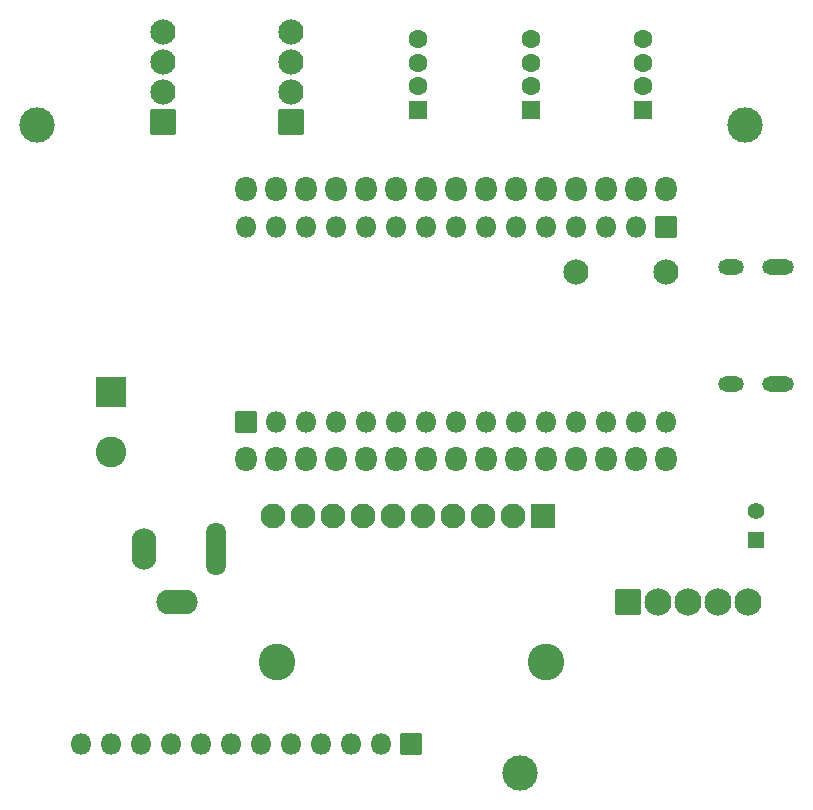
<source format=gbr>
G04 #@! TF.GenerationSoftware,KiCad,Pcbnew,(6.0.6)*
G04 #@! TF.CreationDate,2023-09-07T11:34:38+01:00*
G04 #@! TF.ProjectId,AirQualityPCB,41697251-7561-46c6-9974-795043422e6b,rev?*
G04 #@! TF.SameCoordinates,Original*
G04 #@! TF.FileFunction,Soldermask,Bot*
G04 #@! TF.FilePolarity,Negative*
%FSLAX46Y46*%
G04 Gerber Fmt 4.6, Leading zero omitted, Abs format (unit mm)*
G04 Created by KiCad (PCBNEW (6.0.6)) date 2023-09-07 11:34:38*
%MOMM*%
%LPD*%
G01*
G04 APERTURE LIST*
G04 Aperture macros list*
%AMRoundRect*
0 Rectangle with rounded corners*
0 $1 Rounding radius*
0 $2 $3 $4 $5 $6 $7 $8 $9 X,Y pos of 4 corners*
0 Add a 4 corners polygon primitive as box body*
4,1,4,$2,$3,$4,$5,$6,$7,$8,$9,$2,$3,0*
0 Add four circle primitives for the rounded corners*
1,1,$1+$1,$2,$3*
1,1,$1+$1,$4,$5*
1,1,$1+$1,$6,$7*
1,1,$1+$1,$8,$9*
0 Add four rect primitives between the rounded corners*
20,1,$1+$1,$2,$3,$4,$5,0*
20,1,$1+$1,$4,$5,$6,$7,0*
20,1,$1+$1,$6,$7,$8,$9,0*
20,1,$1+$1,$8,$9,$2,$3,0*%
G04 Aperture macros list end*
%ADD10O,2.100980X3.503060*%
%ADD11O,1.702200X4.501280*%
%ADD12O,3.503060X2.100980*%
%ADD13RoundRect,0.051000X-1.249680X1.249680X-1.249680X-1.249680X1.249680X-1.249680X1.249680X1.249680X0*%
%ADD14C,2.601360*%
%ADD15C,0.099060*%
%ADD16O,2.702000X1.302000*%
%ADD17O,2.202000X1.302000*%
%ADD18C,2.134000*%
%ADD19O,1.829200X2.134000*%
%ADD20C,3.102000*%
%ADD21RoundRect,0.051000X0.999490X0.999490X-0.999490X0.999490X-0.999490X-0.999490X0.999490X-0.999490X0*%
%ADD22C,2.100980*%
%ADD23RoundRect,0.051000X0.850000X-0.850000X0.850000X0.850000X-0.850000X0.850000X-0.850000X-0.850000X0*%
%ADD24O,1.802000X1.802000*%
%ADD25RoundRect,0.051000X-0.850000X0.850000X-0.850000X-0.850000X0.850000X-0.850000X0.850000X0.850000X0*%
%ADD26RoundRect,0.051000X1.016000X-1.016000X1.016000X1.016000X-1.016000X1.016000X-1.016000X-1.016000X0*%
%ADD27RoundRect,0.051000X0.750000X-0.750000X0.750000X0.750000X-0.750000X0.750000X-0.750000X-0.750000X0*%
%ADD28C,1.602000*%
%ADD29RoundRect,0.051000X-1.050290X-1.050290X1.050290X-1.050290X1.050290X1.050290X-1.050290X1.050290X0*%
%ADD30C,2.301640*%
%ADD31RoundRect,0.051000X0.650000X-0.650000X0.650000X0.650000X-0.650000X0.650000X-0.650000X-0.650000X0*%
%ADD32C,1.402000*%
%ADD33C,3.002000*%
G04 APERTURE END LIST*
D10*
X119634000Y-106680000D03*
D11*
X125730000Y-106680000D03*
D12*
X122428000Y-111125000D03*
D13*
X116840000Y-93345000D03*
D14*
X116840000Y-98425000D03*
D15*
X133223000Y-88392000D03*
D16*
X173355000Y-92710000D03*
D17*
X169355000Y-92710000D03*
D16*
X173355000Y-82810000D03*
D17*
X169355000Y-82810000D03*
D18*
X163830000Y-83185000D03*
X156210000Y-83185000D03*
D19*
X128270000Y-99060000D03*
X130810000Y-99060000D03*
X133350000Y-99060000D03*
X135890000Y-99060000D03*
X138430000Y-99060000D03*
X140970000Y-99060000D03*
X143510000Y-99060000D03*
X146050000Y-99060000D03*
X148590000Y-99060000D03*
X151130000Y-99060000D03*
X153670000Y-99060000D03*
X156210000Y-99060000D03*
X158750000Y-99060000D03*
X161290000Y-99060000D03*
X163830000Y-99060000D03*
X163830000Y-76200000D03*
X161290000Y-76200000D03*
X158750000Y-76200000D03*
X156210000Y-76200000D03*
X153670000Y-76200000D03*
X151130000Y-76200000D03*
X148590000Y-76200000D03*
X146050000Y-76200000D03*
X143510000Y-76200000D03*
X140970000Y-76200000D03*
X138430000Y-76200000D03*
X135890000Y-76200000D03*
X133350000Y-76200000D03*
X130810000Y-76200000D03*
X128270000Y-76200000D03*
D20*
X130910002Y-116205000D03*
X153670000Y-116205000D03*
D21*
X153485006Y-103894999D03*
D22*
X150945006Y-103894999D03*
X148405006Y-103894999D03*
X145865006Y-103894999D03*
X143325006Y-103894999D03*
X140785006Y-103894999D03*
X138245006Y-103894999D03*
X135705006Y-103894999D03*
X133165006Y-103894999D03*
X130625006Y-103894999D03*
D23*
X128270000Y-95885000D03*
D24*
X130810000Y-95885000D03*
X133350000Y-95885000D03*
X135890000Y-95885000D03*
X138430000Y-95885000D03*
X140970000Y-95885000D03*
X143510000Y-95885000D03*
X146050000Y-95885000D03*
X148590000Y-95885000D03*
X151130000Y-95885000D03*
X153670000Y-95885000D03*
X156210000Y-95885000D03*
X158750000Y-95885000D03*
X161290000Y-95885000D03*
X163830000Y-95885000D03*
D25*
X163830000Y-79375000D03*
D24*
X161290000Y-79375000D03*
X158750000Y-79375000D03*
X156210000Y-79375000D03*
X153670000Y-79375000D03*
X151130000Y-79375000D03*
X148590000Y-79375000D03*
X146050000Y-79375000D03*
X143510000Y-79375000D03*
X140970000Y-79375000D03*
X138430000Y-79375000D03*
X135890000Y-79375000D03*
X133350000Y-79375000D03*
X130810000Y-79375000D03*
X128270000Y-79375000D03*
D26*
X121285000Y-70485000D03*
D18*
X121285000Y-67945000D03*
X121285000Y-65405000D03*
X121285000Y-62865000D03*
D27*
X142875000Y-69500000D03*
D28*
X142875000Y-67500000D03*
X142875000Y-65500000D03*
X142875000Y-63500000D03*
D27*
X152400000Y-69500000D03*
D28*
X152400000Y-67500000D03*
X152400000Y-65500000D03*
X152400000Y-63500000D03*
D27*
X161925000Y-69500000D03*
D28*
X161925000Y-67500000D03*
X161925000Y-65500000D03*
X161925000Y-63500000D03*
D26*
X132080000Y-70485000D03*
D18*
X132080000Y-67945000D03*
X132080000Y-65405000D03*
X132080000Y-62865000D03*
D29*
X160655000Y-111125000D03*
D30*
X163195000Y-111125000D03*
X165735000Y-111125000D03*
X168275000Y-111125000D03*
X170815000Y-111125000D03*
D31*
X171450000Y-105918000D03*
D32*
X171450000Y-103418000D03*
D33*
X110624770Y-70723050D03*
X170524763Y-70723050D03*
X151524763Y-125623051D03*
D25*
X142240000Y-123190000D03*
D24*
X139700000Y-123190000D03*
X137160000Y-123190000D03*
X134620000Y-123190000D03*
X132080000Y-123190000D03*
X129540000Y-123190000D03*
X127000000Y-123190000D03*
X124460000Y-123190000D03*
X121920000Y-123190000D03*
X119380000Y-123190000D03*
X116840000Y-123190000D03*
X114300000Y-123190000D03*
M02*

</source>
